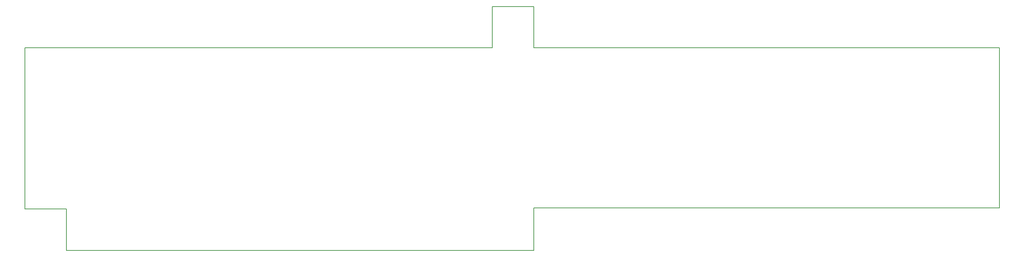
<source format=gbr>
G04 #@! TF.FileFunction,Other,ECO1*
%FSLAX46Y46*%
G04 Gerber Fmt 4.6, Leading zero omitted, Abs format (unit mm)*
G04 Created by KiCad (PCBNEW 4.0.5+dfsg1-4) date Sat Mar 27 15:32:13 2021*
%MOMM*%
%LPD*%
G01*
G04 APERTURE LIST*
%ADD10C,0.100000*%
%ADD11C,0.200000*%
G04 APERTURE END LIST*
D10*
D11*
X265430000Y-77851000D02*
X151511000Y-77851000D01*
X265430000Y-117094000D02*
X265430000Y-77851000D01*
X151511000Y-117094000D02*
X265430000Y-117094000D01*
X151511000Y-127508000D02*
X151511000Y-117094000D01*
X37084000Y-127508000D02*
X151511000Y-127508000D01*
X37084000Y-117348000D02*
X37084000Y-127508000D01*
X26924000Y-117348000D02*
X37084000Y-117348000D01*
X26924000Y-77851000D02*
X26924000Y-117348000D01*
X141351000Y-77851000D02*
X26924000Y-77851000D01*
X141351000Y-67818000D02*
X141351000Y-77851000D01*
X151511000Y-67818000D02*
X141351000Y-67818000D01*
X151511000Y-77851000D02*
X151511000Y-67818000D01*
M02*

</source>
